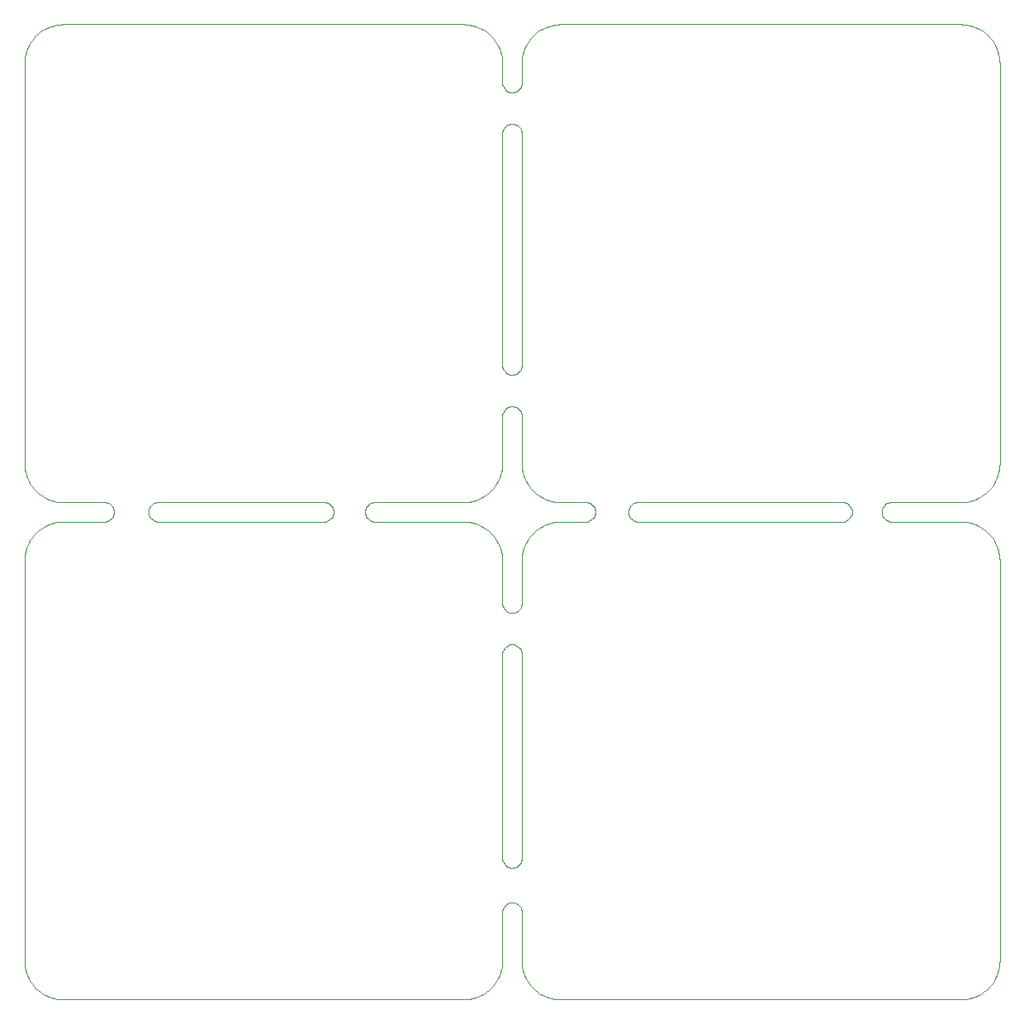
<source format=gko>
%MOIN*%
%OFA0B0*%
%FSLAX36Y36*%
%IPPOS*%
%LPD*%
%ADD10C,0*%
D10*
X000322383Y001929133D02*
X000322383Y001929133D01*
X000157480Y001929133D01*
X000145124Y001928648D01*
X000132845Y001927195D01*
X000120716Y001924782D01*
X000108816Y001921426D01*
X000097214Y001917146D01*
X000085985Y001911969D01*
X000075196Y001905927D01*
X000064915Y001899057D01*
X000055204Y001891402D01*
X000046124Y001883009D01*
X000037731Y001873929D01*
X000030076Y001864218D01*
X000023205Y001853936D01*
X000017164Y001843148D01*
X000011987Y001831918D01*
X000007707Y001820317D01*
X000004351Y001808417D01*
X000001938Y001796288D01*
X000000485Y001784009D01*
X000000000Y001771653D01*
X000000000Y000157480D01*
X000000485Y000145124D01*
X000001938Y000132845D01*
X000004351Y000120717D01*
X000007707Y000108816D01*
X000011987Y000097215D01*
X000017164Y000085985D01*
X000023205Y000075197D01*
X000030076Y000064915D01*
X000037731Y000055204D01*
X000046124Y000046125D01*
X000055204Y000037731D01*
X000064915Y000030076D01*
X000075196Y000023206D01*
X000085985Y000017164D01*
X000097214Y000011987D01*
X000108816Y000007708D01*
X000120716Y000004351D01*
X000132845Y000001939D01*
X000145124Y000000485D01*
X000157480Y000000000D01*
X001771653Y000000000D01*
X001784009Y000000485D01*
X001796288Y000001939D01*
X001808416Y000004351D01*
X001820317Y000007708D01*
X001831917Y000011987D01*
X001843148Y000017164D01*
X001853936Y000023206D01*
X001864217Y000030076D01*
X001873928Y000037731D01*
X001883008Y000046125D01*
X001891402Y000055204D01*
X001899057Y000064915D01*
X001905927Y000075197D01*
X001911969Y000085985D01*
X001917146Y000097215D01*
X001921425Y000108816D01*
X001924782Y000120717D01*
X001927195Y000132845D01*
X001928647Y000145124D01*
X001929133Y000157480D01*
X001929133Y000348983D01*
X001929133Y000353374D01*
X001929618Y000359533D01*
X001931060Y000365540D01*
X001933424Y000371247D01*
X001936652Y000376515D01*
X001940665Y000381213D01*
X001945362Y000385225D01*
X001950630Y000388453D01*
X001956337Y000390817D01*
X001962345Y000392259D01*
X001968503Y000392744D01*
X001974662Y000392259D01*
X001980669Y000390817D01*
X001986377Y000388453D01*
X001991645Y000385225D01*
X001996342Y000381213D01*
X002000354Y000376515D01*
X002003582Y000371247D01*
X002005947Y000365540D01*
X002007389Y000359533D01*
X002007874Y000353374D01*
X002007874Y000157480D01*
X002008359Y000145124D01*
X002009812Y000132845D01*
X002012225Y000120717D01*
X002015581Y000108816D01*
X002019861Y000097215D01*
X002025038Y000085985D01*
X002031079Y000075197D01*
X002037950Y000064915D01*
X002045605Y000055204D01*
X002053998Y000046125D01*
X002063078Y000037731D01*
X002072789Y000030076D01*
X002083071Y000023206D01*
X002093859Y000017164D01*
X002105088Y000011987D01*
X002116690Y000007708D01*
X002128590Y000004351D01*
X002140719Y000001939D01*
X002152998Y000000485D01*
X002165354Y000000000D01*
X003779527Y000000000D01*
X003791883Y000000485D01*
X003804162Y000001939D01*
X003816290Y000004351D01*
X003828191Y000007708D01*
X003839791Y000011987D01*
X003851022Y000017164D01*
X003861810Y000023206D01*
X003872091Y000030076D01*
X003881802Y000037731D01*
X003890882Y000046125D01*
X003899276Y000055204D01*
X003906931Y000064915D01*
X003913801Y000075197D01*
X003919843Y000085985D01*
X003925020Y000097215D01*
X003929299Y000108816D01*
X003932656Y000120717D01*
X003935069Y000132845D01*
X003936521Y000145124D01*
X003937007Y000157480D01*
X003937007Y001771653D01*
X003936521Y001784009D01*
X003935069Y001796288D01*
X003932656Y001808417D01*
X003929299Y001820317D01*
X003925020Y001831918D01*
X003919843Y001843148D01*
X003913801Y001853936D01*
X003906931Y001864218D01*
X003899276Y001873929D01*
X003890882Y001883009D01*
X003881802Y001891402D01*
X003872091Y001899057D01*
X003861810Y001905927D01*
X003851022Y001911969D01*
X003839791Y001917146D01*
X003828191Y001921426D01*
X003816290Y001924782D01*
X003804162Y001927195D01*
X003791883Y001928648D01*
X003779527Y001929133D01*
X003499451Y001929133D01*
X003493292Y001929618D01*
X003487285Y001931060D01*
X003481577Y001933424D01*
X003476310Y001936652D01*
X003471612Y001940665D01*
X003467600Y001945362D01*
X003464372Y001950630D01*
X003462008Y001956337D01*
X003460566Y001962345D01*
X003460081Y001968503D01*
X003460566Y001974662D01*
X003462008Y001980669D01*
X003464372Y001986377D01*
X003467600Y001991645D01*
X003471612Y001996342D01*
X003476310Y002000354D01*
X003481577Y002003582D01*
X003487285Y002005947D01*
X003493292Y002007389D01*
X003499451Y002007874D01*
X003517496Y002007874D01*
X003779527Y002007874D01*
X003791883Y002008360D01*
X003804162Y002009813D01*
X003816290Y002012225D01*
X003828191Y002015582D01*
X003839791Y002019861D01*
X003851022Y002025038D01*
X003861810Y002031080D01*
X003872091Y002037950D01*
X003881802Y002045605D01*
X003890882Y002053999D01*
X003899276Y002063078D01*
X003906931Y002072789D01*
X003913801Y002083071D01*
X003919843Y002093859D01*
X003925020Y002105089D01*
X003929299Y002116690D01*
X003932656Y002128591D01*
X003935069Y002140719D01*
X003936521Y002152998D01*
X003937007Y002165354D01*
X003937007Y003779527D01*
X003936521Y003791883D01*
X003935069Y003804162D01*
X003932656Y003816291D01*
X003929299Y003828191D01*
X003925020Y003839792D01*
X003919843Y003851022D01*
X003913801Y003861810D01*
X003906931Y003872092D01*
X003899276Y003881803D01*
X003890882Y003890883D01*
X003881802Y003899276D01*
X003872091Y003906931D01*
X003861810Y003913801D01*
X003851022Y003919843D01*
X003839791Y003925020D01*
X003828191Y003929300D01*
X003816290Y003932656D01*
X003804162Y003935069D01*
X003791883Y003936522D01*
X003779527Y003937007D01*
X002165354Y003937007D01*
X002152998Y003936522D01*
X002140719Y003935069D01*
X002128590Y003932656D01*
X002116690Y003929300D01*
X002105088Y003925020D01*
X002093859Y003919843D01*
X002083071Y003913801D01*
X002072789Y003906931D01*
X002063078Y003899276D01*
X002053998Y003890883D01*
X002045605Y003881803D01*
X002037950Y003872092D01*
X002031079Y003861810D01*
X002025038Y003851022D01*
X002019861Y003839792D01*
X002015581Y003828191D01*
X002012225Y003816291D01*
X002009812Y003804162D01*
X002008359Y003791883D01*
X002007874Y003779527D01*
X002007874Y003701540D01*
X002007389Y003695381D01*
X002005947Y003689374D01*
X002003582Y003683666D01*
X002000354Y003678399D01*
X001996342Y003673701D01*
X001991645Y003669689D01*
X001986377Y003666461D01*
X001980669Y003664097D01*
X001974662Y003662654D01*
X001968503Y003662170D01*
X001962345Y003662654D01*
X001956337Y003664097D01*
X001950630Y003666461D01*
X001945362Y003669689D01*
X001940665Y003673701D01*
X001936652Y003678399D01*
X001933424Y003683666D01*
X001931060Y003689374D01*
X001929618Y003695381D01*
X001929133Y003701540D01*
X001929133Y003714900D01*
X001929133Y003779527D01*
X001928647Y003791883D01*
X001927195Y003804162D01*
X001924782Y003816291D01*
X001921425Y003828191D01*
X001917146Y003839792D01*
X001911969Y003851022D01*
X001905927Y003861810D01*
X001899057Y003872092D01*
X001891402Y003881803D01*
X001883008Y003890883D01*
X001873928Y003899276D01*
X001864217Y003906931D01*
X001853936Y003913801D01*
X001843148Y003919843D01*
X001831917Y003925020D01*
X001820317Y003929300D01*
X001808416Y003932656D01*
X001796288Y003935069D01*
X001784009Y003936522D01*
X001771653Y003937007D01*
X000157480Y003937007D01*
X000145124Y003936522D01*
X000132845Y003935069D01*
X000120716Y003932656D01*
X000108816Y003929300D01*
X000097214Y003925020D01*
X000085985Y003919843D01*
X000075196Y003913801D01*
X000064915Y003906931D01*
X000055204Y003899276D01*
X000046124Y003890883D01*
X000037731Y003881803D01*
X000030076Y003872092D01*
X000023205Y003861810D01*
X000017164Y003851022D01*
X000011987Y003839792D01*
X000007707Y003828191D01*
X000004351Y003816291D01*
X000001938Y003804162D01*
X000000485Y003791883D01*
X000000000Y003779527D01*
X000000000Y002165354D01*
X000000485Y002152998D01*
X000001938Y002140719D01*
X000004351Y002128591D01*
X000007707Y002116690D01*
X000011987Y002105089D01*
X000017164Y002093859D01*
X000023205Y002083071D01*
X000030076Y002072789D01*
X000037731Y002063078D01*
X000046124Y002053999D01*
X000055204Y002045605D01*
X000064915Y002037950D01*
X000075196Y002031080D01*
X000085985Y002025038D01*
X000097214Y002019861D01*
X000108816Y002015582D01*
X000120716Y002012225D01*
X000132845Y002009813D01*
X000145124Y002008360D01*
X000157480Y002007874D01*
X000317992Y002007874D01*
X000322383Y002007874D01*
X000328542Y002007389D01*
X000334549Y002005947D01*
X000340256Y002003582D01*
X000345524Y002000354D01*
X000350222Y001996342D01*
X000354234Y001991645D01*
X000357462Y001986377D01*
X000359826Y001980669D01*
X000361268Y001974662D01*
X000361753Y001968503D01*
X000361268Y001962345D01*
X000359826Y001956337D01*
X000357462Y001950630D01*
X000354234Y001945362D01*
X000350222Y001940665D01*
X000345524Y001936652D01*
X000340256Y001933424D01*
X000334549Y001931060D01*
X000328542Y001929618D01*
X000322383Y001929133D01*
X002477548Y001929133D02*
X002477548Y001929133D01*
X002471389Y001929618D01*
X002465382Y001931060D01*
X002459675Y001933424D01*
X002454407Y001936652D01*
X002449709Y001940665D01*
X002445697Y001945362D01*
X002442469Y001950630D01*
X002440105Y001956337D01*
X002438663Y001962345D01*
X002438178Y001968503D01*
X002438663Y001974662D01*
X002440105Y001980669D01*
X002442469Y001986377D01*
X002445697Y001991645D01*
X002449709Y001996342D01*
X002454407Y002000354D01*
X002459675Y002003582D01*
X002465382Y002005947D01*
X002471389Y002007389D01*
X002477548Y002007874D01*
X002486376Y002007874D01*
X003283082Y002007874D01*
X003301127Y002007874D01*
X003307285Y002007389D01*
X003313293Y002005947D01*
X003319000Y002003582D01*
X003324268Y002000354D01*
X003328965Y001996342D01*
X003332978Y001991645D01*
X003336206Y001986377D01*
X003338570Y001980669D01*
X003340012Y001974662D01*
X003340497Y001968503D01*
X003340012Y001962345D01*
X003338570Y001956337D01*
X003336206Y001950630D01*
X003332978Y001945362D01*
X003328965Y001940665D01*
X003324268Y001936652D01*
X003319000Y001933424D01*
X003313293Y001931060D01*
X003307285Y001929618D01*
X003301127Y001929133D01*
X002477548Y001929133D01*
X002007874Y000571306D02*
X002007874Y000571306D01*
X002007389Y000565147D01*
X002005947Y000559140D01*
X002003582Y000553432D01*
X002000354Y000548164D01*
X001996342Y000543467D01*
X001991645Y000539455D01*
X001986377Y000536227D01*
X001980669Y000533862D01*
X001974662Y000532420D01*
X001968503Y000531935D01*
X001962345Y000532420D01*
X001956337Y000533862D01*
X001950630Y000536227D01*
X001945362Y000539455D01*
X001940665Y000543467D01*
X001936652Y000548164D01*
X001933424Y000553432D01*
X001931060Y000559140D01*
X001929618Y000565147D01*
X001929133Y000571306D01*
X001929133Y000575696D01*
X001929133Y001381171D01*
X001929133Y001394531D01*
X001929618Y001400690D01*
X001931060Y001406698D01*
X001933424Y001412405D01*
X001936652Y001417673D01*
X001940665Y001422370D01*
X001945362Y001426383D01*
X001950630Y001429610D01*
X001956337Y001431975D01*
X001962345Y001433417D01*
X001968503Y001433902D01*
X001974662Y001433417D01*
X001980669Y001431975D01*
X001986377Y001429610D01*
X001991645Y001426383D01*
X001996342Y001422370D01*
X002000354Y001417673D01*
X002003582Y001412405D01*
X002005947Y001406698D01*
X002007389Y001400690D01*
X002007874Y001394531D01*
X002007874Y000571306D01*
X000540315Y001929133D02*
X000540315Y001929133D01*
X000534156Y001929618D01*
X000528149Y001931060D01*
X000522441Y001933424D01*
X000517173Y001936652D01*
X000512476Y001940665D01*
X000508463Y001945362D01*
X000505236Y001950630D01*
X000502871Y001956337D01*
X000501429Y001962345D01*
X000500944Y001968503D01*
X000501429Y001974662D01*
X000502871Y001980669D01*
X000505236Y001986377D01*
X000508463Y001991645D01*
X000512476Y001996342D01*
X000517173Y002000354D01*
X000522441Y002003582D01*
X000528149Y002005947D01*
X000534156Y002007389D01*
X000540315Y002007874D01*
X000544705Y002007874D01*
X001195225Y002007874D01*
X001208585Y002007874D01*
X001214744Y002007389D01*
X001220751Y002005947D01*
X001226459Y002003582D01*
X001231727Y002000354D01*
X001236424Y001996342D01*
X001240436Y001991645D01*
X001243664Y001986377D01*
X001246029Y001980669D01*
X001247471Y001974662D01*
X001247955Y001968503D01*
X001247471Y001962345D01*
X001246029Y001956337D01*
X001243664Y001950630D01*
X001240436Y001945362D01*
X001236424Y001940665D01*
X001231727Y001936652D01*
X001226459Y001933424D01*
X001220751Y001931060D01*
X001214744Y001929618D01*
X001208585Y001929133D01*
X000540315Y001929133D01*
X001929133Y002341893D02*
X001929133Y002341893D01*
X001929133Y002355253D01*
X001929618Y002361412D01*
X001931060Y002367419D01*
X001933424Y002373127D01*
X001936652Y002378394D01*
X001940665Y002383092D01*
X001945362Y002387104D01*
X001950630Y002390332D01*
X001956337Y002392696D01*
X001962345Y002394139D01*
X001968503Y002394623D01*
X001974662Y002394139D01*
X001980669Y002392696D01*
X001986377Y002390332D01*
X001991645Y002387104D01*
X001996342Y002383092D01*
X002000354Y002378394D01*
X002003582Y002373127D01*
X002005947Y002367419D01*
X002007389Y002361412D01*
X002007874Y002355253D01*
X002007874Y002165354D01*
X002008359Y002152998D01*
X002009812Y002140719D01*
X002012225Y002128591D01*
X002015581Y002116690D01*
X002019861Y002105089D01*
X002025038Y002093859D01*
X002031079Y002083071D01*
X002037950Y002072789D01*
X002045605Y002063078D01*
X002053998Y002053999D01*
X002063078Y002045605D01*
X002072789Y002037950D01*
X002083071Y002031080D01*
X002093859Y002025038D01*
X002105088Y002019861D01*
X002116690Y002015582D01*
X002128590Y002012225D01*
X002140719Y002009813D01*
X002152998Y002008360D01*
X002165354Y002007874D01*
X002256398Y002007874D01*
X002265225Y002007874D01*
X002271384Y002007389D01*
X002277391Y002005947D01*
X002283099Y002003582D01*
X002288366Y002000354D01*
X002293064Y001996342D01*
X002297076Y001991645D01*
X002300304Y001986377D01*
X002302668Y001980669D01*
X002304111Y001974662D01*
X002304595Y001968503D01*
X002304111Y001962345D01*
X002302668Y001956337D01*
X002300304Y001950630D01*
X002297076Y001945362D01*
X002293064Y001940665D01*
X002288366Y001936652D01*
X002283099Y001933424D01*
X002277391Y001931060D01*
X002271384Y001929618D01*
X002265225Y001929133D01*
X002165354Y001929133D01*
X002152998Y001928648D01*
X002140719Y001927195D01*
X002128590Y001924782D01*
X002116690Y001921426D01*
X002105088Y001917146D01*
X002093859Y001911969D01*
X002083071Y001905927D01*
X002072789Y001899057D01*
X002063078Y001891402D01*
X002053998Y001883009D01*
X002045605Y001873929D01*
X002037950Y001864218D01*
X002031079Y001853936D01*
X002025038Y001843148D01*
X002019861Y001831918D01*
X002015581Y001820317D01*
X002012225Y001808417D01*
X002009812Y001796288D01*
X002008359Y001784009D01*
X002007874Y001771653D01*
X002007874Y001600348D01*
X002007389Y001594189D01*
X002005947Y001588182D01*
X002003582Y001582475D01*
X002000354Y001577207D01*
X001996342Y001572509D01*
X001991645Y001568497D01*
X001986377Y001565269D01*
X001980669Y001562905D01*
X001974662Y001561463D01*
X001968503Y001560978D01*
X001962345Y001561463D01*
X001956337Y001562905D01*
X001950630Y001565269D01*
X001945362Y001568497D01*
X001940665Y001572509D01*
X001936652Y001577207D01*
X001933424Y001582475D01*
X001931060Y001588182D01*
X001929618Y001594189D01*
X001929133Y001600348D01*
X001929133Y001613709D01*
X001929133Y001771653D01*
X001928647Y001784009D01*
X001927195Y001796288D01*
X001924782Y001808417D01*
X001921425Y001820317D01*
X001917146Y001831918D01*
X001911969Y001843148D01*
X001905927Y001853936D01*
X001899057Y001864218D01*
X001891402Y001873929D01*
X001883008Y001883009D01*
X001873928Y001891402D01*
X001864217Y001899057D01*
X001853936Y001905927D01*
X001843148Y001911969D01*
X001831917Y001917146D01*
X001820317Y001921426D01*
X001808416Y001924782D01*
X001796288Y001927195D01*
X001784009Y001928648D01*
X001771653Y001929133D01*
X001414402Y001929133D01*
X001408243Y001929618D01*
X001402236Y001931060D01*
X001396528Y001933424D01*
X001391261Y001936652D01*
X001386563Y001940665D01*
X001382551Y001945362D01*
X001379323Y001950630D01*
X001376959Y001956337D01*
X001375517Y001962345D01*
X001375032Y001968503D01*
X001375517Y001974662D01*
X001376959Y001980669D01*
X001379323Y001986377D01*
X001382551Y001991645D01*
X001386563Y001996342D01*
X001391261Y002000354D01*
X001396528Y002003582D01*
X001402236Y002005947D01*
X001408243Y002007389D01*
X001414402Y002007874D01*
X001427762Y002007874D01*
X001771653Y002007874D01*
X001784009Y002008360D01*
X001796288Y002009813D01*
X001808416Y002012225D01*
X001820317Y002015582D01*
X001831917Y002019861D01*
X001843148Y002025038D01*
X001853936Y002031080D01*
X001864217Y002037950D01*
X001873928Y002045605D01*
X001883008Y002053999D01*
X001891402Y002063078D01*
X001899057Y002072789D01*
X001905927Y002083071D01*
X001911969Y002093859D01*
X001917146Y002105089D01*
X001921425Y002116690D01*
X001924782Y002128591D01*
X001927195Y002140719D01*
X001928647Y002152998D01*
X001929133Y002165354D01*
X001929133Y002341893D01*
X001929133Y003482363D02*
X001929133Y003482363D01*
X001929133Y003495723D01*
X001929618Y003501882D01*
X001931060Y003507889D01*
X001933424Y003513597D01*
X001936652Y003518864D01*
X001940665Y003523562D01*
X001945362Y003527574D01*
X001950630Y003530802D01*
X001956337Y003533166D01*
X001962345Y003534608D01*
X001968503Y003535093D01*
X001974662Y003534608D01*
X001980669Y003533166D01*
X001986377Y003530802D01*
X001991645Y003527574D01*
X001996342Y003523562D01*
X002000354Y003518864D01*
X002003582Y003513597D01*
X002005947Y003507889D01*
X002007389Y003501882D01*
X002007874Y003495723D01*
X002007874Y002561070D01*
X002007389Y002554911D01*
X002005947Y002548904D01*
X002003582Y002543196D01*
X002000354Y002537929D01*
X001996342Y002533231D01*
X001991645Y002529219D01*
X001986377Y002525991D01*
X001980669Y002523627D01*
X001974662Y002522185D01*
X001968503Y002521700D01*
X001962345Y002522185D01*
X001956337Y002523627D01*
X001950630Y002525991D01*
X001945362Y002529219D01*
X001940665Y002533231D01*
X001936652Y002537929D01*
X001933424Y002543196D01*
X001931060Y002548904D01*
X001929618Y002554911D01*
X001929133Y002561070D01*
X001929133Y002574430D01*
X001929133Y003482363D01*
M02*
</source>
